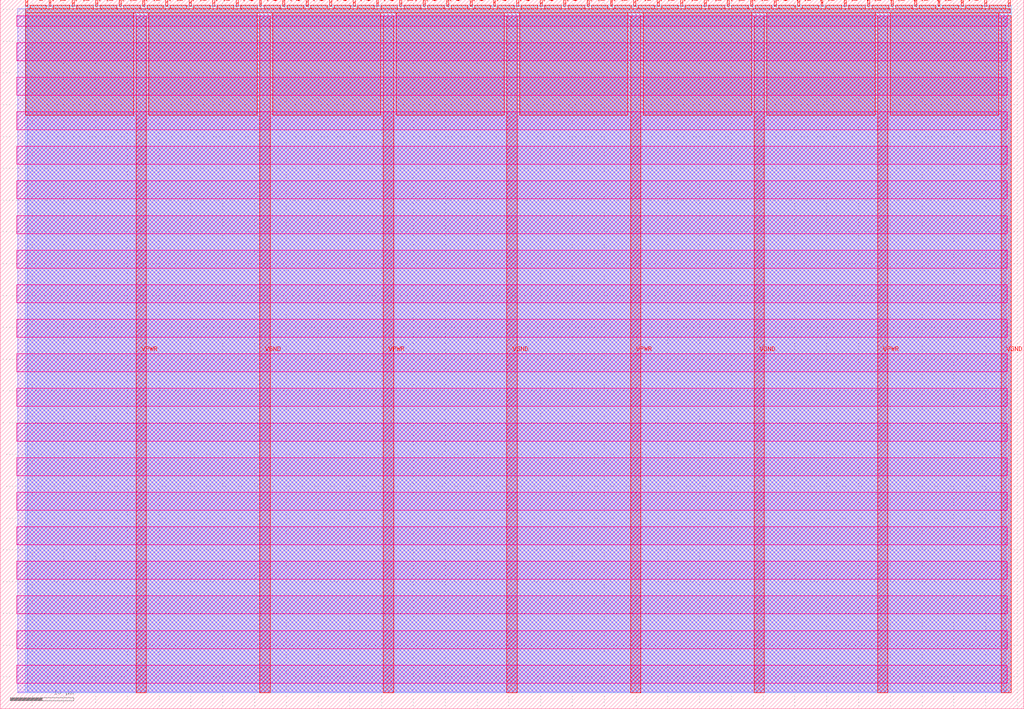
<source format=lef>
VERSION 5.7 ;
  NOWIREEXTENSIONATPIN ON ;
  DIVIDERCHAR "/" ;
  BUSBITCHARS "[]" ;
MACRO tt_um_drburke3_top
  CLASS BLOCK ;
  FOREIGN tt_um_drburke3_top ;
  ORIGIN 0.000 0.000 ;
  SIZE 161.000 BY 111.520 ;
  PIN VGND
    DIRECTION INOUT ;
    USE GROUND ;
    PORT
      LAYER met4 ;
        RECT 40.830 2.480 42.430 109.040 ;
    END
    PORT
      LAYER met4 ;
        RECT 79.700 2.480 81.300 109.040 ;
    END
    PORT
      LAYER met4 ;
        RECT 118.570 2.480 120.170 109.040 ;
    END
    PORT
      LAYER met4 ;
        RECT 157.440 2.480 159.040 109.040 ;
    END
  END VGND
  PIN VPWR
    DIRECTION INOUT ;
    USE POWER ;
    PORT
      LAYER met4 ;
        RECT 21.395 2.480 22.995 109.040 ;
    END
    PORT
      LAYER met4 ;
        RECT 60.265 2.480 61.865 109.040 ;
    END
    PORT
      LAYER met4 ;
        RECT 99.135 2.480 100.735 109.040 ;
    END
    PORT
      LAYER met4 ;
        RECT 138.005 2.480 139.605 109.040 ;
    END
  END VPWR
  PIN clk
    DIRECTION INPUT ;
    USE SIGNAL ;
    ANTENNAGATEAREA 0.852000 ;
    PORT
      LAYER met4 ;
        RECT 154.870 110.520 155.170 111.520 ;
    END
  END clk
  PIN ena
    DIRECTION INPUT ;
    USE SIGNAL ;
    ANTENNAGATEAREA 0.213000 ;
    PORT
      LAYER met4 ;
        RECT 158.550 110.520 158.850 111.520 ;
    END
  END ena
  PIN rst_n
    DIRECTION INPUT ;
    USE SIGNAL ;
    ANTENNAGATEAREA 0.159000 ;
    PORT
      LAYER met4 ;
        RECT 151.190 110.520 151.490 111.520 ;
    END
  END rst_n
  PIN ui_in[0]
    DIRECTION INPUT ;
    USE SIGNAL ;
    ANTENNAGATEAREA 0.196500 ;
    PORT
      LAYER met4 ;
        RECT 147.510 110.520 147.810 111.520 ;
    END
  END ui_in[0]
  PIN ui_in[1]
    DIRECTION INPUT ;
    USE SIGNAL ;
    ANTENNAGATEAREA 0.196500 ;
    PORT
      LAYER met4 ;
        RECT 143.830 110.520 144.130 111.520 ;
    END
  END ui_in[1]
  PIN ui_in[2]
    DIRECTION INPUT ;
    USE SIGNAL ;
    ANTENNAGATEAREA 0.196500 ;
    PORT
      LAYER met4 ;
        RECT 140.150 110.520 140.450 111.520 ;
    END
  END ui_in[2]
  PIN ui_in[3]
    DIRECTION INPUT ;
    USE SIGNAL ;
    ANTENNAGATEAREA 0.196500 ;
    PORT
      LAYER met4 ;
        RECT 136.470 110.520 136.770 111.520 ;
    END
  END ui_in[3]
  PIN ui_in[4]
    DIRECTION INPUT ;
    USE SIGNAL ;
    ANTENNAGATEAREA 0.196500 ;
    PORT
      LAYER met4 ;
        RECT 132.790 110.520 133.090 111.520 ;
    END
  END ui_in[4]
  PIN ui_in[5]
    DIRECTION INPUT ;
    USE SIGNAL ;
    ANTENNAGATEAREA 0.196500 ;
    PORT
      LAYER met4 ;
        RECT 129.110 110.520 129.410 111.520 ;
    END
  END ui_in[5]
  PIN ui_in[6]
    DIRECTION INPUT ;
    USE SIGNAL ;
    ANTENNAGATEAREA 0.196500 ;
    PORT
      LAYER met4 ;
        RECT 125.430 110.520 125.730 111.520 ;
    END
  END ui_in[6]
  PIN ui_in[7]
    DIRECTION INPUT ;
    USE SIGNAL ;
    ANTENNAGATEAREA 0.196500 ;
    PORT
      LAYER met4 ;
        RECT 121.750 110.520 122.050 111.520 ;
    END
  END ui_in[7]
  PIN uio_in[0]
    DIRECTION INPUT ;
    USE SIGNAL ;
    ANTENNAGATEAREA 0.196500 ;
    PORT
      LAYER met4 ;
        RECT 118.070 110.520 118.370 111.520 ;
    END
  END uio_in[0]
  PIN uio_in[1]
    DIRECTION INPUT ;
    USE SIGNAL ;
    ANTENNAGATEAREA 0.196500 ;
    PORT
      LAYER met4 ;
        RECT 114.390 110.520 114.690 111.520 ;
    END
  END uio_in[1]
  PIN uio_in[2]
    DIRECTION INPUT ;
    USE SIGNAL ;
    ANTENNAGATEAREA 0.196500 ;
    PORT
      LAYER met4 ;
        RECT 110.710 110.520 111.010 111.520 ;
    END
  END uio_in[2]
  PIN uio_in[3]
    DIRECTION INPUT ;
    USE SIGNAL ;
    ANTENNAGATEAREA 0.196500 ;
    PORT
      LAYER met4 ;
        RECT 107.030 110.520 107.330 111.520 ;
    END
  END uio_in[3]
  PIN uio_in[4]
    DIRECTION INPUT ;
    USE SIGNAL ;
    ANTENNAGATEAREA 0.196500 ;
    PORT
      LAYER met4 ;
        RECT 103.350 110.520 103.650 111.520 ;
    END
  END uio_in[4]
  PIN uio_in[5]
    DIRECTION INPUT ;
    USE SIGNAL ;
    ANTENNAGATEAREA 0.196500 ;
    PORT
      LAYER met4 ;
        RECT 99.670 110.520 99.970 111.520 ;
    END
  END uio_in[5]
  PIN uio_in[6]
    DIRECTION INPUT ;
    USE SIGNAL ;
    ANTENNAGATEAREA 0.196500 ;
    PORT
      LAYER met4 ;
        RECT 95.990 110.520 96.290 111.520 ;
    END
  END uio_in[6]
  PIN uio_in[7]
    DIRECTION INPUT ;
    USE SIGNAL ;
    ANTENNAGATEAREA 0.196500 ;
    PORT
      LAYER met4 ;
        RECT 92.310 110.520 92.610 111.520 ;
    END
  END uio_in[7]
  PIN uio_oe[0]
    DIRECTION OUTPUT TRISTATE ;
    USE SIGNAL ;
    PORT
      LAYER met4 ;
        RECT 29.750 110.520 30.050 111.520 ;
    END
  END uio_oe[0]
  PIN uio_oe[1]
    DIRECTION OUTPUT TRISTATE ;
    USE SIGNAL ;
    PORT
      LAYER met4 ;
        RECT 26.070 110.520 26.370 111.520 ;
    END
  END uio_oe[1]
  PIN uio_oe[2]
    DIRECTION OUTPUT TRISTATE ;
    USE SIGNAL ;
    PORT
      LAYER met4 ;
        RECT 22.390 110.520 22.690 111.520 ;
    END
  END uio_oe[2]
  PIN uio_oe[3]
    DIRECTION OUTPUT TRISTATE ;
    USE SIGNAL ;
    PORT
      LAYER met4 ;
        RECT 18.710 110.520 19.010 111.520 ;
    END
  END uio_oe[3]
  PIN uio_oe[4]
    DIRECTION OUTPUT TRISTATE ;
    USE SIGNAL ;
    PORT
      LAYER met4 ;
        RECT 15.030 110.520 15.330 111.520 ;
    END
  END uio_oe[4]
  PIN uio_oe[5]
    DIRECTION OUTPUT TRISTATE ;
    USE SIGNAL ;
    PORT
      LAYER met4 ;
        RECT 11.350 110.520 11.650 111.520 ;
    END
  END uio_oe[5]
  PIN uio_oe[6]
    DIRECTION OUTPUT TRISTATE ;
    USE SIGNAL ;
    PORT
      LAYER met4 ;
        RECT 7.670 110.520 7.970 111.520 ;
    END
  END uio_oe[6]
  PIN uio_oe[7]
    DIRECTION OUTPUT TRISTATE ;
    USE SIGNAL ;
    PORT
      LAYER met4 ;
        RECT 3.990 110.520 4.290 111.520 ;
    END
  END uio_oe[7]
  PIN uio_out[0]
    DIRECTION OUTPUT TRISTATE ;
    USE SIGNAL ;
    PORT
      LAYER met4 ;
        RECT 59.190 110.520 59.490 111.520 ;
    END
  END uio_out[0]
  PIN uio_out[1]
    DIRECTION OUTPUT TRISTATE ;
    USE SIGNAL ;
    PORT
      LAYER met4 ;
        RECT 55.510 110.520 55.810 111.520 ;
    END
  END uio_out[1]
  PIN uio_out[2]
    DIRECTION OUTPUT TRISTATE ;
    USE SIGNAL ;
    PORT
      LAYER met4 ;
        RECT 51.830 110.520 52.130 111.520 ;
    END
  END uio_out[2]
  PIN uio_out[3]
    DIRECTION OUTPUT TRISTATE ;
    USE SIGNAL ;
    PORT
      LAYER met4 ;
        RECT 48.150 110.520 48.450 111.520 ;
    END
  END uio_out[3]
  PIN uio_out[4]
    DIRECTION OUTPUT TRISTATE ;
    USE SIGNAL ;
    PORT
      LAYER met4 ;
        RECT 44.470 110.520 44.770 111.520 ;
    END
  END uio_out[4]
  PIN uio_out[5]
    DIRECTION OUTPUT TRISTATE ;
    USE SIGNAL ;
    PORT
      LAYER met4 ;
        RECT 40.790 110.520 41.090 111.520 ;
    END
  END uio_out[5]
  PIN uio_out[6]
    DIRECTION OUTPUT TRISTATE ;
    USE SIGNAL ;
    PORT
      LAYER met4 ;
        RECT 37.110 110.520 37.410 111.520 ;
    END
  END uio_out[6]
  PIN uio_out[7]
    DIRECTION OUTPUT TRISTATE ;
    USE SIGNAL ;
    PORT
      LAYER met4 ;
        RECT 33.430 110.520 33.730 111.520 ;
    END
  END uio_out[7]
  PIN uo_out[0]
    DIRECTION OUTPUT TRISTATE ;
    USE SIGNAL ;
    ANTENNAGATEAREA 0.247500 ;
    ANTENNADIFFAREA 0.445500 ;
    PORT
      LAYER met4 ;
        RECT 88.630 110.520 88.930 111.520 ;
    END
  END uo_out[0]
  PIN uo_out[1]
    DIRECTION OUTPUT TRISTATE ;
    USE SIGNAL ;
    ANTENNAGATEAREA 0.126000 ;
    ANTENNADIFFAREA 0.445500 ;
    PORT
      LAYER met4 ;
        RECT 84.950 110.520 85.250 111.520 ;
    END
  END uo_out[1]
  PIN uo_out[2]
    DIRECTION OUTPUT TRISTATE ;
    USE SIGNAL ;
    ANTENNAGATEAREA 0.247500 ;
    ANTENNADIFFAREA 0.445500 ;
    PORT
      LAYER met4 ;
        RECT 81.270 110.520 81.570 111.520 ;
    END
  END uo_out[2]
  PIN uo_out[3]
    DIRECTION OUTPUT TRISTATE ;
    USE SIGNAL ;
    ANTENNAGATEAREA 0.247500 ;
    ANTENNADIFFAREA 0.445500 ;
    PORT
      LAYER met4 ;
        RECT 77.590 110.520 77.890 111.520 ;
    END
  END uo_out[3]
  PIN uo_out[4]
    DIRECTION OUTPUT TRISTATE ;
    USE SIGNAL ;
    ANTENNAGATEAREA 0.247500 ;
    ANTENNADIFFAREA 0.891000 ;
    PORT
      LAYER met4 ;
        RECT 73.910 110.520 74.210 111.520 ;
    END
  END uo_out[4]
  PIN uo_out[5]
    DIRECTION OUTPUT TRISTATE ;
    USE SIGNAL ;
    ANTENNAGATEAREA 0.247500 ;
    ANTENNADIFFAREA 0.891000 ;
    PORT
      LAYER met4 ;
        RECT 70.230 110.520 70.530 111.520 ;
    END
  END uo_out[5]
  PIN uo_out[6]
    DIRECTION OUTPUT TRISTATE ;
    USE SIGNAL ;
    ANTENNAGATEAREA 0.247500 ;
    ANTENNADIFFAREA 0.891000 ;
    PORT
      LAYER met4 ;
        RECT 66.550 110.520 66.850 111.520 ;
    END
  END uo_out[6]
  PIN uo_out[7]
    DIRECTION OUTPUT TRISTATE ;
    USE SIGNAL ;
    ANTENNAGATEAREA 0.126000 ;
    ANTENNADIFFAREA 0.891000 ;
    PORT
      LAYER met4 ;
        RECT 62.870 110.520 63.170 111.520 ;
    END
  END uo_out[7]
  OBS
      LAYER nwell ;
        RECT 2.570 107.385 158.430 108.990 ;
        RECT 2.570 101.945 158.430 104.775 ;
        RECT 2.570 96.505 158.430 99.335 ;
        RECT 2.570 91.065 158.430 93.895 ;
        RECT 2.570 85.625 158.430 88.455 ;
        RECT 2.570 80.185 158.430 83.015 ;
        RECT 2.570 74.745 158.430 77.575 ;
        RECT 2.570 69.305 158.430 72.135 ;
        RECT 2.570 63.865 158.430 66.695 ;
        RECT 2.570 58.425 158.430 61.255 ;
        RECT 2.570 52.985 158.430 55.815 ;
        RECT 2.570 47.545 158.430 50.375 ;
        RECT 2.570 42.105 158.430 44.935 ;
        RECT 2.570 36.665 158.430 39.495 ;
        RECT 2.570 31.225 158.430 34.055 ;
        RECT 2.570 25.785 158.430 28.615 ;
        RECT 2.570 20.345 158.430 23.175 ;
        RECT 2.570 14.905 158.430 17.735 ;
        RECT 2.570 9.465 158.430 12.295 ;
        RECT 2.570 4.025 158.430 6.855 ;
      LAYER li1 ;
        RECT 2.760 2.635 158.240 108.885 ;
      LAYER met1 ;
        RECT 2.760 2.480 159.040 110.120 ;
      LAYER met2 ;
        RECT 4.230 2.535 159.010 110.685 ;
      LAYER met3 ;
        RECT 3.950 2.555 159.030 110.665 ;
      LAYER met4 ;
        RECT 4.690 110.120 7.270 110.665 ;
        RECT 8.370 110.120 10.950 110.665 ;
        RECT 12.050 110.120 14.630 110.665 ;
        RECT 15.730 110.120 18.310 110.665 ;
        RECT 19.410 110.120 21.990 110.665 ;
        RECT 23.090 110.120 25.670 110.665 ;
        RECT 26.770 110.120 29.350 110.665 ;
        RECT 30.450 110.120 33.030 110.665 ;
        RECT 34.130 110.120 36.710 110.665 ;
        RECT 37.810 110.120 40.390 110.665 ;
        RECT 41.490 110.120 44.070 110.665 ;
        RECT 45.170 110.120 47.750 110.665 ;
        RECT 48.850 110.120 51.430 110.665 ;
        RECT 52.530 110.120 55.110 110.665 ;
        RECT 56.210 110.120 58.790 110.665 ;
        RECT 59.890 110.120 62.470 110.665 ;
        RECT 63.570 110.120 66.150 110.665 ;
        RECT 67.250 110.120 69.830 110.665 ;
        RECT 70.930 110.120 73.510 110.665 ;
        RECT 74.610 110.120 77.190 110.665 ;
        RECT 78.290 110.120 80.870 110.665 ;
        RECT 81.970 110.120 84.550 110.665 ;
        RECT 85.650 110.120 88.230 110.665 ;
        RECT 89.330 110.120 91.910 110.665 ;
        RECT 93.010 110.120 95.590 110.665 ;
        RECT 96.690 110.120 99.270 110.665 ;
        RECT 100.370 110.120 102.950 110.665 ;
        RECT 104.050 110.120 106.630 110.665 ;
        RECT 107.730 110.120 110.310 110.665 ;
        RECT 111.410 110.120 113.990 110.665 ;
        RECT 115.090 110.120 117.670 110.665 ;
        RECT 118.770 110.120 121.350 110.665 ;
        RECT 122.450 110.120 125.030 110.665 ;
        RECT 126.130 110.120 128.710 110.665 ;
        RECT 129.810 110.120 132.390 110.665 ;
        RECT 133.490 110.120 136.070 110.665 ;
        RECT 137.170 110.120 139.750 110.665 ;
        RECT 140.850 110.120 143.430 110.665 ;
        RECT 144.530 110.120 147.110 110.665 ;
        RECT 148.210 110.120 150.790 110.665 ;
        RECT 151.890 110.120 154.470 110.665 ;
        RECT 155.570 110.120 158.150 110.665 ;
        RECT 3.975 109.440 158.865 110.120 ;
        RECT 3.975 93.335 20.995 109.440 ;
        RECT 23.395 93.335 40.430 109.440 ;
        RECT 42.830 93.335 59.865 109.440 ;
        RECT 62.265 93.335 79.300 109.440 ;
        RECT 81.700 93.335 98.735 109.440 ;
        RECT 101.135 93.335 118.170 109.440 ;
        RECT 120.570 93.335 137.605 109.440 ;
        RECT 140.005 93.335 157.040 109.440 ;
  END
END tt_um_drburke3_top
END LIBRARY


</source>
